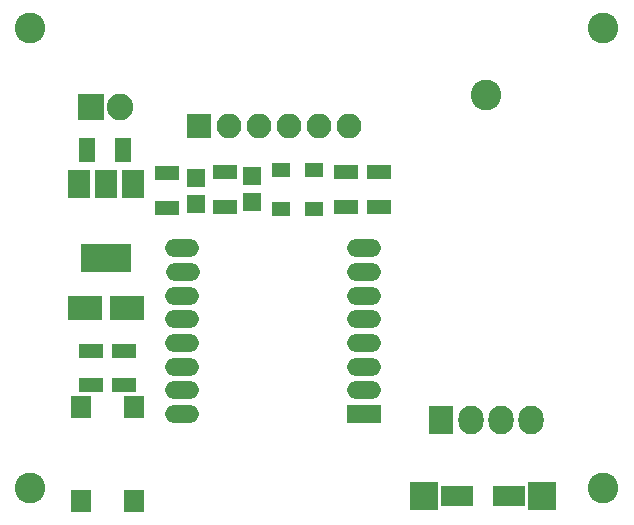
<source format=gbr>
G04 #@! TF.FileFunction,Soldermask,Top*
%FSLAX46Y46*%
G04 Gerber Fmt 4.6, Leading zero omitted, Abs format (unit mm)*
G04 Created by KiCad (PCBNEW 4.0.7-e2-6376~61~ubuntu18.04.1) date Sat Jun  9 20:52:15 2018*
%MOMM*%
%LPD*%
G01*
G04 APERTURE LIST*
%ADD10C,0.100000*%
%ADD11R,2.100000X2.100000*%
%ADD12O,2.100000X2.100000*%
%ADD13R,2.100000X1.300000*%
%ADD14R,1.400000X2.000000*%
%ADD15R,3.000000X2.000000*%
%ADD16R,1.600000X1.600000*%
%ADD17R,1.600000X1.300000*%
%ADD18R,2.250000X2.250000*%
%ADD19C,2.250000*%
%ADD20R,2.701240X1.799540*%
%ADD21R,2.398980X2.398980*%
%ADD22R,1.700000X1.950000*%
%ADD23R,2.127200X2.432000*%
%ADD24O,2.127200X2.432000*%
%ADD25R,4.200000X2.400000*%
%ADD26R,1.900000X2.400000*%
%ADD27R,2.900000X1.500000*%
%ADD28O,2.900000X1.500000*%
%ADD29C,2.600000*%
G04 APERTURE END LIST*
D10*
D11*
X122100000Y-98700000D03*
D12*
X124640000Y-98700000D03*
X127180000Y-98700000D03*
X129720000Y-98700000D03*
X132260000Y-98700000D03*
X134800000Y-98700000D03*
D13*
X119400000Y-102750000D03*
X119400000Y-105650000D03*
D14*
X112600000Y-100800000D03*
X115600000Y-100800000D03*
D15*
X112400000Y-114100000D03*
X116000000Y-114100000D03*
D16*
X121800000Y-105300000D03*
X121800000Y-103100000D03*
D17*
X131800000Y-102450000D03*
X131800000Y-105750000D03*
X129000000Y-102450000D03*
X129000000Y-105750000D03*
D16*
X126600000Y-105200000D03*
X126600000Y-103000000D03*
D18*
X112900000Y-97100000D03*
D19*
X115400000Y-97100000D03*
D13*
X124300000Y-105550000D03*
X124300000Y-102650000D03*
X137300000Y-102650000D03*
X137300000Y-105550000D03*
X112900000Y-117750000D03*
X112900000Y-120650000D03*
X115700000Y-117750000D03*
X115700000Y-120650000D03*
X134500000Y-102650000D03*
X134500000Y-105550000D03*
D20*
X143900360Y-130100000D03*
X148299640Y-130100000D03*
D21*
X141098740Y-130100000D03*
X151101260Y-130100000D03*
D22*
X116550000Y-130480000D03*
X112050000Y-130480000D03*
X112050000Y-122520000D03*
X116550000Y-122520000D03*
D23*
X142590000Y-123600000D03*
D24*
X145130000Y-123600000D03*
X147670000Y-123600000D03*
X150210000Y-123600000D03*
D25*
X114200000Y-109950000D03*
D26*
X114200000Y-103650000D03*
X111900000Y-103650000D03*
X116500000Y-103650000D03*
D27*
X136000000Y-123100000D03*
D28*
X136000000Y-121100000D03*
X136000000Y-119100000D03*
X136000000Y-117100000D03*
X136000000Y-115100000D03*
X136000000Y-113100000D03*
X136000000Y-111100000D03*
X136000000Y-109100000D03*
X120600000Y-109100000D03*
X120700000Y-111100000D03*
X120600000Y-113100000D03*
X120600000Y-115100000D03*
X120600000Y-117100000D03*
X120600000Y-119100000D03*
X120600000Y-121100000D03*
X120600000Y-123100000D03*
D29*
X107800000Y-129400000D03*
X156300000Y-129400000D03*
X107800000Y-90400000D03*
X156300000Y-90400000D03*
X146400000Y-96100000D03*
M02*

</source>
